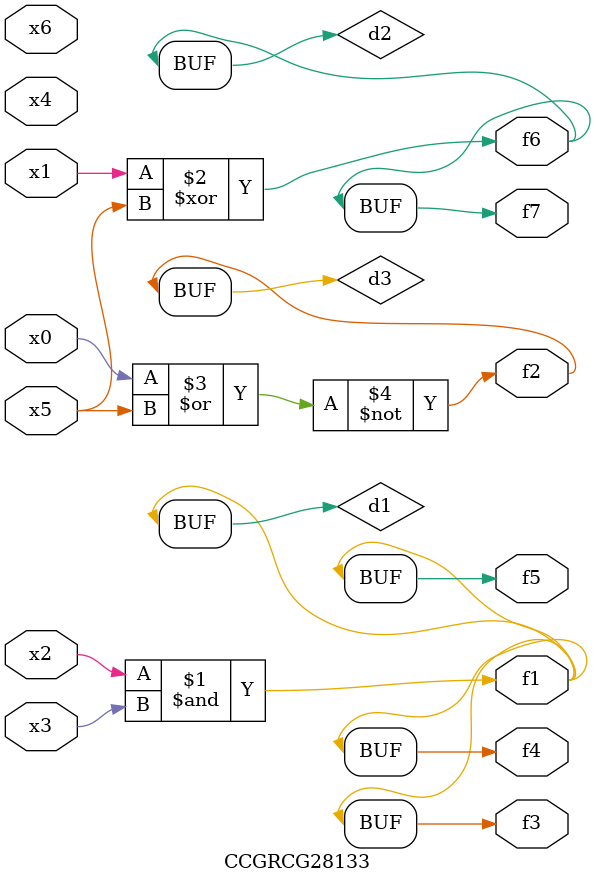
<source format=v>
module CCGRCG28133(
	input x0, x1, x2, x3, x4, x5, x6,
	output f1, f2, f3, f4, f5, f6, f7
);

	wire d1, d2, d3;

	and (d1, x2, x3);
	xor (d2, x1, x5);
	nor (d3, x0, x5);
	assign f1 = d1;
	assign f2 = d3;
	assign f3 = d1;
	assign f4 = d1;
	assign f5 = d1;
	assign f6 = d2;
	assign f7 = d2;
endmodule

</source>
